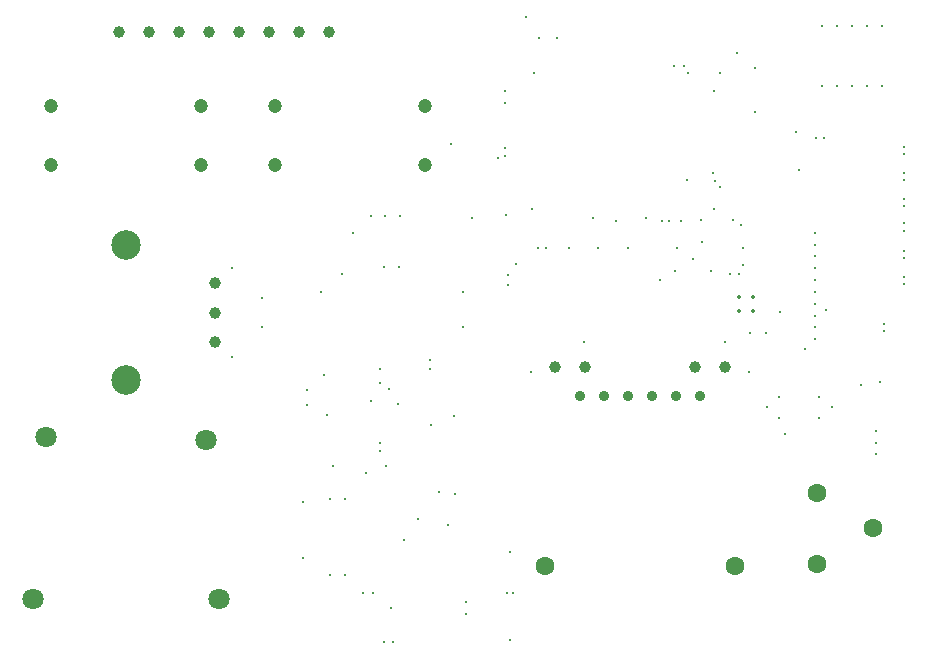
<source format=gbr>
%TF.GenerationSoftware,KiCad,Pcbnew,5.1.5-52549c5~84~ubuntu19.04.1*%
%TF.CreationDate,2020-04-18T10:51:23+00:00*%
%TF.ProjectId,alakol,616c616b-6f6c-42e6-9b69-6361645f7063,rev.0*%
%TF.SameCoordinates,Original*%
%TF.FileFunction,Plated,1,4,PTH,Drill*%
%TF.FilePolarity,Positive*%
%FSLAX46Y46*%
G04 Gerber Fmt 4.6, Leading zero omitted, Abs format (unit mm)*
G04 Created by KiCad (PCBNEW 5.1.5-52549c5~84~ubuntu19.04.1) date 2020-04-18 10:51:23*
%MOMM*%
%LPD*%
G04 APERTURE LIST*
%TA.AperFunction,ViaDrill*%
%ADD10C,0.300000*%
%TD*%
%TA.AperFunction,ComponentDrill*%
%ADD11C,0.300000*%
%TD*%
%TA.AperFunction,ComponentDrill*%
%ADD12C,0.350000*%
%TD*%
%TA.AperFunction,ComponentDrill*%
%ADD13C,0.900000*%
%TD*%
%TA.AperFunction,ComponentDrill*%
%ADD14C,1.000000*%
%TD*%
%TA.AperFunction,ComponentDrill*%
%ADD15C,1.200000*%
%TD*%
%TA.AperFunction,ComponentDrill*%
%ADD16C,1.600000*%
%TD*%
%TA.AperFunction,ComponentDrill*%
%ADD17C,1.800000*%
%TD*%
%TA.AperFunction,ComponentDrill*%
%ADD18C,2.500000*%
%TD*%
G04 APERTURE END LIST*
D10*
X141000000Y-123000000D03*
X141000000Y-130500000D03*
X143499989Y-128000000D03*
X143500000Y-125500000D03*
X147000000Y-142750000D03*
X147000000Y-147500000D03*
X147350000Y-133300000D03*
X147350000Y-134550000D03*
X148500000Y-125000000D03*
X148750000Y-132000000D03*
X149050000Y-135400000D03*
X149250000Y-142500000D03*
X149250000Y-149000000D03*
X149500000Y-139750000D03*
X150250000Y-123500000D03*
X150500000Y-142500000D03*
X150500000Y-149000000D03*
X151250000Y-120000000D03*
X152100000Y-150500000D03*
X152300000Y-140300000D03*
X152700000Y-118600000D03*
X152750000Y-134250000D03*
X152900000Y-150500000D03*
X153500000Y-131500000D03*
X153500000Y-132750000D03*
X153500000Y-137750000D03*
X153500000Y-138500000D03*
X153800000Y-154600000D03*
X153875000Y-122850000D03*
X153900000Y-118600000D03*
X153994749Y-139705251D03*
X154250000Y-133250000D03*
X154450000Y-151750000D03*
X154600000Y-154600000D03*
X155000000Y-134500000D03*
X155125000Y-122850000D03*
X155200000Y-118600000D03*
X155500000Y-146000000D03*
X156700000Y-144200000D03*
X157750000Y-130750000D03*
X157750000Y-131500000D03*
X157800000Y-136300000D03*
X158500000Y-141900000D03*
X159260000Y-144750000D03*
X159500000Y-112500000D03*
X159750000Y-135500000D03*
X159855258Y-142105258D03*
X160500000Y-125000000D03*
X160500000Y-128000000D03*
X160750000Y-151250000D03*
X160750000Y-152250000D03*
X161250000Y-118750000D03*
X163455258Y-113655258D03*
X164100000Y-109004801D03*
X164100000Y-112800000D03*
X164100000Y-113500000D03*
X164105254Y-107994737D03*
X164200000Y-118500000D03*
X164250000Y-150500000D03*
X164350000Y-123550000D03*
X164350000Y-124450000D03*
X164500000Y-147000000D03*
X164500000Y-154500000D03*
X164750000Y-150500000D03*
X165000000Y-122650000D03*
X165850000Y-101750000D03*
X166250000Y-131750000D03*
X166400000Y-118000000D03*
X166500000Y-106500000D03*
X166900000Y-121300000D03*
X167000000Y-103500000D03*
X167552403Y-121300000D03*
X168502400Y-103500000D03*
X169500000Y-121300000D03*
X170750000Y-129250000D03*
X171500000Y-118750000D03*
X171997600Y-121300000D03*
X173500000Y-119000000D03*
X174494742Y-121294742D03*
X176000000Y-118750000D03*
X177250000Y-124000000D03*
X177347597Y-119000000D03*
X178000000Y-119000000D03*
X178400000Y-105900000D03*
X178500000Y-123250000D03*
X178652401Y-121300544D03*
X179000000Y-119000000D03*
X179200000Y-105902410D03*
X179500000Y-115500000D03*
X179600000Y-106500000D03*
X180000000Y-122250000D03*
X180700000Y-118900000D03*
X180750000Y-120750000D03*
X181500000Y-123250000D03*
X181731590Y-114937475D03*
X181745179Y-108027400D03*
X181750000Y-118000000D03*
X181902410Y-115585115D03*
X182280251Y-106469749D03*
X182327044Y-116118143D03*
X182750000Y-129250000D03*
X183100000Y-123500000D03*
X183400000Y-118900000D03*
X183750000Y-104750000D03*
X183900000Y-123500000D03*
X184099998Y-119345189D03*
X184250000Y-121250000D03*
X184250000Y-122750000D03*
X184750000Y-131750000D03*
X184838033Y-128514396D03*
X185250000Y-106000000D03*
X185250000Y-109750000D03*
X186200000Y-128500000D03*
X186250000Y-134750000D03*
X187300000Y-133900000D03*
X187300000Y-135700000D03*
X187362884Y-126735417D03*
X187750000Y-137000000D03*
X188700000Y-111500000D03*
X188950000Y-114700000D03*
X189450000Y-129850000D03*
X190300000Y-120000000D03*
X190300000Y-121000000D03*
X190300000Y-122000000D03*
X190300000Y-123000000D03*
X190300000Y-124000000D03*
X190300000Y-125000000D03*
X190300000Y-126000000D03*
X190300000Y-127000000D03*
X190300000Y-128000000D03*
X190300000Y-129000000D03*
X190400000Y-112000000D03*
X190700000Y-133900000D03*
X190700000Y-135700000D03*
X191100000Y-112000000D03*
X191250000Y-126500000D03*
X191750000Y-134750000D03*
X194250000Y-132850000D03*
X195500000Y-136750000D03*
X195500000Y-137750000D03*
X195500000Y-138750000D03*
X195850000Y-132600000D03*
X196200000Y-127700000D03*
X196200000Y-128300000D03*
X197900000Y-112700000D03*
X197900000Y-113300000D03*
X197900000Y-114900000D03*
X197900000Y-115500000D03*
X197900000Y-117100000D03*
X197900000Y-117700000D03*
X197900000Y-119200000D03*
X197900000Y-119800000D03*
X197900000Y-121500000D03*
X197900000Y-122100000D03*
X197900000Y-123700000D03*
X197900000Y-124300000D03*
D11*
%TO.C,P1*%
X190960000Y-102460000D03*
X190960000Y-107540000D03*
X192230000Y-102460000D03*
X192230000Y-107540000D03*
X193500000Y-102460000D03*
X193500000Y-107540000D03*
X194770000Y-102460000D03*
X194770000Y-107540000D03*
X196040000Y-102460000D03*
X196040000Y-107540000D03*
D12*
%TO.C,IC1*%
X183900000Y-125400000D03*
X183900000Y-126600000D03*
X185100000Y-125400000D03*
X185100000Y-126600000D03*
D13*
%TO.C,J2*%
X170420000Y-133824000D03*
X172452000Y-133824000D03*
X174484000Y-133824000D03*
X176516000Y-133824000D03*
X178548000Y-133824000D03*
X180580000Y-133824000D03*
D14*
%TO.C,J1*%
X131380000Y-103000000D03*
X133920000Y-103000000D03*
X136460000Y-103000000D03*
X139000000Y-103000000D03*
X141540000Y-103000000D03*
X144080000Y-103000000D03*
X146620000Y-103000000D03*
X149160000Y-103000000D03*
%TO.C,SW1*%
X139500000Y-124250000D03*
X139500000Y-126750000D03*
X139500000Y-129250000D03*
%TO.C,J2*%
X168286400Y-131360000D03*
X170826400Y-131360000D03*
X180173600Y-131360000D03*
X182713600Y-131360000D03*
D15*
%TO.C,SW3*%
X125650000Y-109250000D03*
X125650000Y-114250000D03*
X138350000Y-109250000D03*
X138350000Y-114250000D03*
%TO.C,SW2*%
X144650000Y-109250000D03*
X144650000Y-114250000D03*
X157350000Y-109250000D03*
X157350000Y-114250000D03*
D16*
%TO.C,J4*%
X190500000Y-142000000D03*
X190500000Y-148000000D03*
X195200000Y-145000000D03*
%TO.C,J2*%
X167435500Y-148175000D03*
X183564500Y-148175000D03*
D17*
%TO.C,TC1*%
X124100000Y-151000000D03*
X125200000Y-137300000D03*
X138800000Y-137500000D03*
X139900000Y-151000000D03*
D18*
%TO.C,SW1*%
X132000000Y-121050000D03*
X132000000Y-132450000D03*
M02*

</source>
